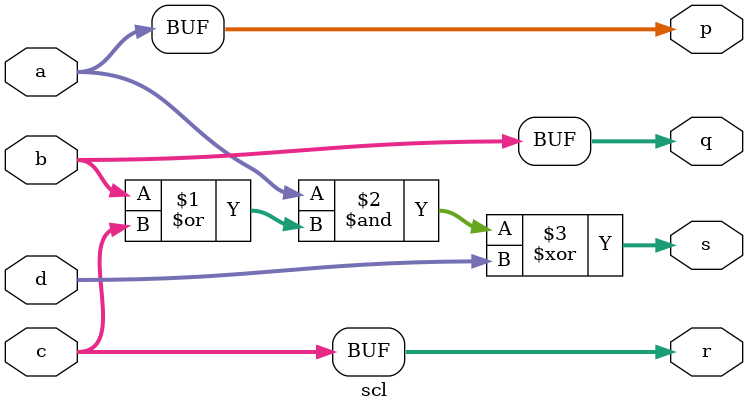
<source format=v>
module rlg_in(i,o);
input [127:0]i;
output [127:0]o;
wire [127:0]w;

fredkin aa(i[15:0],i[31:16],i[47:32],w[15:0],w[31:16],w[47:32]);
feynman bb(i[63:48],i[79:64],w[63:48],w[79:64]);
fredkin cc(i[95:80],i[111:96],i[127:112],w[95:80],w[111:96],w[127:112]);
scl dd(w[15:0],w[31:16],w[47:32],w[63:48],o[15:0],o[31:16],o[47:32],o[63:48]);
scl ee(w[79:64],w[95:80],w[111:96],w[127:112],o[79:64],o[95:80],o[111:96],o[127:112]);

endmodule

module fredkin(a,b,c,p,q,r);
input [15:0]a,b,c;
output [15:0]p,q,r;
assign p = a[15:0];
assign q = ((~a[15:0]&b[15:0])|(a[15:0]&c[15:0]));
assign r= ((~a[15:0]&c[15:0])|(a[15:0]&b[15:0]));
endmodule

module feynman(a,b,p,q);
input [15:0]a,b;
output [15:0]p,q;
assign p = a[15:0];
assign q = a[15:0]^b[15:0];
endmodule

module scl(a,b,c,d,p,q,r,s);
input [15:0]a,b,c,d;
output [15:0]p,q,r,s;
assign p = a[15:0];
assign q = b[15:0];
assign r = c[15:0];
assign s = ((a[15:0]&(b[15:0]|c[15:0]))^d[15:0]);
endmodule

</source>
